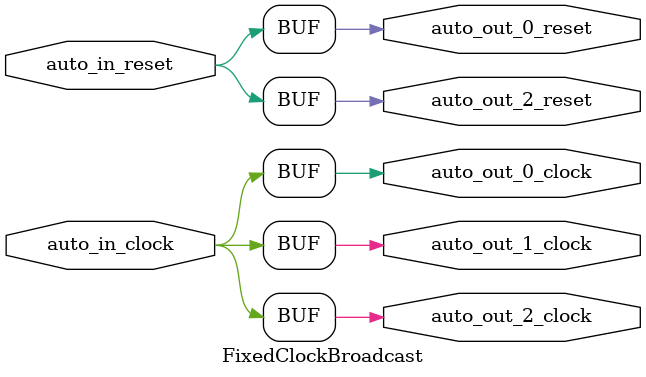
<source format=v>
`default_nettype wire
`include "timescale.vh"
module FixedClockBroadcast(
  input   auto_in_clock,
  input   auto_in_reset,
  output  auto_out_2_clock,
  output  auto_out_2_reset,
  output  auto_out_1_clock,
  output  auto_out_0_clock,
  output  auto_out_0_reset
);
  assign auto_out_2_clock = auto_in_clock;
  assign auto_out_2_reset = auto_in_reset;
  assign auto_out_1_clock = auto_in_clock;
  assign auto_out_0_clock = auto_in_clock;
  assign auto_out_0_reset = auto_in_reset;
endmodule
</source>
